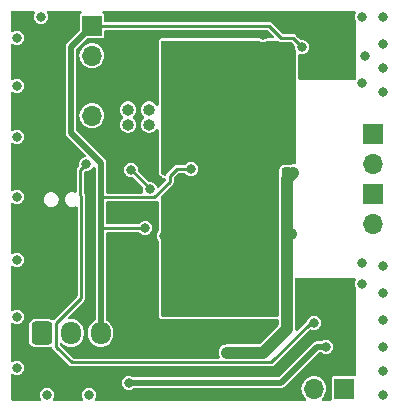
<source format=gbr>
%TF.GenerationSoftware,KiCad,Pcbnew,7.0.8*%
%TF.CreationDate,2024-06-01T15:01:03+09:00*%
%TF.ProjectId,BDCM_Driver_v1,4244434d-5f44-4726-9976-65725f76312e,rev?*%
%TF.SameCoordinates,PXaac6430PY8670810*%
%TF.FileFunction,Copper,L4,Bot*%
%TF.FilePolarity,Positive*%
%FSLAX46Y46*%
G04 Gerber Fmt 4.6, Leading zero omitted, Abs format (unit mm)*
G04 Created by KiCad (PCBNEW 7.0.8) date 2024-06-01 15:01:03*
%MOMM*%
%LPD*%
G01*
G04 APERTURE LIST*
G04 Aperture macros list*
%AMRoundRect*
0 Rectangle with rounded corners*
0 $1 Rounding radius*
0 $2 $3 $4 $5 $6 $7 $8 $9 X,Y pos of 4 corners*
0 Add a 4 corners polygon primitive as box body*
4,1,4,$2,$3,$4,$5,$6,$7,$8,$9,$2,$3,0*
0 Add four circle primitives for the rounded corners*
1,1,$1+$1,$2,$3*
1,1,$1+$1,$4,$5*
1,1,$1+$1,$6,$7*
1,1,$1+$1,$8,$9*
0 Add four rect primitives between the rounded corners*
20,1,$1+$1,$2,$3,$4,$5,0*
20,1,$1+$1,$4,$5,$6,$7,0*
20,1,$1+$1,$6,$7,$8,$9,0*
20,1,$1+$1,$8,$9,$2,$3,0*%
G04 Aperture macros list end*
%TA.AperFunction,ComponentPad*%
%ADD10C,0.630000*%
%TD*%
%TA.AperFunction,SMDPad,CuDef*%
%ADD11R,2.600000X3.300000*%
%TD*%
%TA.AperFunction,ComponentPad*%
%ADD12R,1.000000X1.000000*%
%TD*%
%TA.AperFunction,ComponentPad*%
%ADD13O,1.000000X1.000000*%
%TD*%
%TA.AperFunction,ComponentPad*%
%ADD14R,1.700000X1.700000*%
%TD*%
%TA.AperFunction,ComponentPad*%
%ADD15O,1.700000X1.700000*%
%TD*%
%TA.AperFunction,ComponentPad*%
%ADD16RoundRect,0.250000X-0.600000X-0.725000X0.600000X-0.725000X0.600000X0.725000X-0.600000X0.725000X0*%
%TD*%
%TA.AperFunction,ComponentPad*%
%ADD17O,1.700000X1.950000*%
%TD*%
%TA.AperFunction,SMDPad,CuDef*%
%ADD18RoundRect,0.225000X0.225000X0.250000X-0.225000X0.250000X-0.225000X-0.250000X0.225000X-0.250000X0*%
%TD*%
%TA.AperFunction,ViaPad*%
%ADD19C,0.800000*%
%TD*%
%TA.AperFunction,Conductor*%
%ADD20C,0.500000*%
%TD*%
%TA.AperFunction,Conductor*%
%ADD21C,0.250000*%
%TD*%
%TA.AperFunction,Conductor*%
%ADD22C,1.000000*%
%TD*%
G04 APERTURE END LIST*
D10*
%TO.P,U2,9,GND*%
%TO.N,GNDPWR*%
X-12588000Y22636000D03*
X-12588000Y21336000D03*
X-12588000Y20036000D03*
D11*
X-11938000Y21336000D03*
D10*
X-11288000Y22636000D03*
X-11288000Y21336000D03*
X-11288000Y20036000D03*
%TD*%
%TO.P,U5,9,GND*%
%TO.N,GNDPWR*%
X-12588000Y17297000D03*
X-12588000Y15997000D03*
X-12588000Y14697000D03*
D11*
X-11938000Y15997000D03*
D10*
X-11288000Y17297000D03*
X-11288000Y15997000D03*
X-11288000Y14697000D03*
%TD*%
D12*
%TO.P,J2,1,Pin_1*%
%TO.N,GND*%
X-20320000Y25913000D03*
D13*
%TO.P,J2,2,Pin_2*%
%TO.N,ENC_{1A}*%
X-20320000Y24643000D03*
%TO.P,J2,3,Pin_3*%
%TO.N,ENC_{1B}*%
X-20320000Y23373000D03*
%TD*%
D14*
%TO.P,J4,1,Pin_1*%
%TO.N,GNDPWR*%
X-3810000Y1016000D03*
D15*
%TO.P,J4,2,Pin_2*%
%TO.N,Vdrive*%
X-6350000Y1016000D03*
%TD*%
D14*
%TO.P,J1,1,Pin_1*%
%TO.N,OUT_A_{2}'*%
X-1327000Y22611000D03*
D15*
%TO.P,J1,2,Pin_2*%
%TO.N,OUT_A_{1}*%
X-1327000Y20071000D03*
%TD*%
D14*
%TO.P,J7,1,Pin_1*%
%TO.N,OUT_B_{2}*%
X-1327000Y17531000D03*
D15*
%TO.P,J7,2,Pin_2*%
%TO.N,OUT_B_{1}'*%
X-1327000Y14991000D03*
%TD*%
D16*
%TO.P,J5,1,Pin_1*%
%TO.N,I^{2}C_{SCL}*%
X-29404000Y5736000D03*
D17*
%TO.P,J5,2,Pin_2*%
%TO.N,I^{2}C_{SDA}*%
X-26904000Y5736000D03*
%TO.P,J5,3,Pin_3*%
%TO.N,+3V3*%
X-24404000Y5736000D03*
%TO.P,J5,4,Pin_4*%
%TO.N,GND*%
X-21904000Y5736000D03*
%TD*%
D12*
%TO.P,J6,1,Pin_1*%
%TO.N,GND*%
X-22098000Y25913000D03*
D13*
%TO.P,J6,2,Pin_2*%
%TO.N,ENC_{2A}*%
X-22098000Y24643000D03*
%TO.P,J6,3,Pin_3*%
%TO.N,ENC_{2B}*%
X-22098000Y23373000D03*
%TD*%
D14*
%TO.P,J3,1,Pin_1*%
%TO.N,+3V3*%
X-25146000Y31750000D03*
D15*
%TO.P,J3,2,Pin_2*%
%TO.N,SWDCLK*%
X-25146000Y29210000D03*
%TO.P,J3,3,Pin_3*%
%TO.N,GND*%
X-25146000Y26670000D03*
%TO.P,J3,4,Pin_4*%
%TO.N,SWDIO*%
X-25146000Y24130000D03*
%TD*%
D18*
%TO.P,C4,1*%
%TO.N,Vdrive*%
X-8623000Y14097000D03*
%TO.P,C4,2*%
%TO.N,GNDPWR*%
X-10173000Y14097000D03*
%TD*%
%TO.P,C7,1*%
%TO.N,Vdrive*%
X-8623000Y19304000D03*
%TO.P,C7,2*%
%TO.N,GNDPWR*%
X-10173000Y19304000D03*
%TD*%
D19*
%TO.N,GNDPWR*%
X-19050000Y13970000D03*
X-16764000Y13970000D03*
%TO.N,+3V3*%
X-20641619Y14629420D03*
X-5334000Y4572000D03*
X-7366000Y29951500D03*
X-16764000Y19621000D03*
X-22030082Y1524000D03*
%TO.N,GND*%
X-23368000Y20066000D03*
X-19919040Y2419654D03*
X-26924000Y32512000D03*
X-31496000Y14478000D03*
X-7822066Y31361176D03*
X-31496000Y508000D03*
X-27940000Y27940000D03*
X-28702000Y13716000D03*
X-3302000Y27686000D03*
X-25908000Y4064000D03*
X-27940000Y25654000D03*
X-31496000Y24638000D03*
X-31496000Y9144000D03*
X-15748000Y508000D03*
X-20066000Y10160000D03*
X-20066000Y27940000D03*
X-27686000Y30734000D03*
X-23368000Y4064000D03*
X-22606000Y27940000D03*
X-31496000Y28956000D03*
X-20066000Y6604000D03*
X-3302000Y32512000D03*
X-3556000Y5588000D03*
X-10668000Y30988000D03*
X-31496000Y4826000D03*
X-27940000Y23114000D03*
X-19520500Y18695500D03*
X-31496000Y20320000D03*
X-21209000Y25400000D03*
X-23114000Y9144000D03*
X-23368000Y32512000D03*
X-22098000Y29464000D03*
X-31496000Y32512000D03*
X-23368000Y18034000D03*
X-26924000Y21336000D03*
X-20574000Y508000D03*
X-25400000Y18288000D03*
X-20066000Y30988000D03*
%TO.N,Vdrive*%
X-8128000Y19304000D03*
X-13716000Y4064000D03*
X-8255000Y14097000D03*
%TO.N,GNDPWR*%
X-16510000Y29972000D03*
X-10922000Y29972000D03*
X-31496000Y26670000D03*
X-12192000Y28448000D03*
X-16256000Y23368000D03*
X-25400000Y508000D03*
X-508000Y30226000D03*
X-9652000Y25146000D03*
X-8636000Y29972000D03*
X-31496000Y30734000D03*
X-11176000Y23876000D03*
X-508000Y32512000D03*
X-15240000Y28448000D03*
X-10033000Y7620000D03*
X-508000Y28194000D03*
X-10922000Y26670000D03*
X-12700000Y8890000D03*
X-508000Y26162000D03*
X-8382000Y26670000D03*
X-31496000Y17272000D03*
X-11938000Y20947084D03*
X-12192000Y25146000D03*
X-31496000Y2794000D03*
X-2286000Y32512000D03*
X-31496000Y11938000D03*
X-18796000Y26670000D03*
X-11934887Y16654768D03*
X-13716000Y26670000D03*
X-29464000Y32512000D03*
X-508000Y6858000D03*
X-31496000Y22352000D03*
X-508000Y9144000D03*
X-13970000Y24130000D03*
X-508000Y508000D03*
X-2286000Y9906000D03*
X-508000Y11430000D03*
X-31496000Y7112000D03*
X-2032000Y29210000D03*
X-9398000Y28448000D03*
X-15875000Y7620000D03*
X-15621000Y10795000D03*
X-508000Y4572000D03*
X-16764000Y26670000D03*
X-11930996Y22249993D03*
X-12700000Y12827000D03*
X-2286000Y26924000D03*
X-28956000Y508000D03*
X-8308233Y21974184D03*
X-18796000Y29972000D03*
X-17526000Y18796000D03*
X-17526000Y28194000D03*
X-508000Y2540000D03*
X-17526000Y24892000D03*
X-2286000Y11684000D03*
X-16764000Y9271000D03*
X-18034000Y13081000D03*
X-18415000Y10414000D03*
X-15240000Y25146000D03*
X-13716000Y29972000D03*
X-18288000Y23368000D03*
X-11938000Y18796000D03*
X-14732000Y12827000D03*
X-11934498Y15350691D03*
X-14732000Y8890000D03*
X-18288000Y7620000D03*
%TO.N,Current_{2}*%
X-25615097Y20028500D03*
X-6350000Y6604000D03*
%TO.N,TEMP*%
X-21844000Y19558000D03*
X-20256500Y17939182D03*
%TD*%
D20*
%TO.N,+3V3*%
X-26924000Y22699041D02*
X-26924000Y29972000D01*
X-24384000Y20159041D02*
X-26924000Y22699041D01*
X-24384000Y17018000D02*
X-24384000Y20159041D01*
X-26924000Y29972000D02*
X-25146000Y31750000D01*
D21*
X-24255287Y14603287D02*
X-24384000Y14732000D01*
X-20641619Y14629420D02*
X-20667752Y14603287D01*
X-20667752Y14603287D02*
X-24255287Y14603287D01*
D20*
X-24384000Y14732000D02*
X-24384000Y5756000D01*
X-24384000Y17018000D02*
X-24384000Y14732000D01*
D21*
X-24384000Y17018000D02*
X-24187318Y17214682D01*
D20*
X-22030082Y1524000D02*
X-9144000Y1524000D01*
D21*
X-19861877Y17214682D02*
X-18542000Y18534559D01*
X-8111500Y30697000D02*
X-9107000Y30697000D01*
X-24187318Y17214682D02*
X-19861877Y17214682D01*
D20*
X-6096000Y4572000D02*
X-5334000Y4572000D01*
D21*
X-18542000Y18534559D02*
X-18542000Y19050000D01*
X-9107000Y30697000D02*
X-10160000Y31750000D01*
D20*
X-24384000Y5756000D02*
X-24404000Y5736000D01*
D21*
X-18542000Y19050000D02*
X-17971000Y19621000D01*
X-17971000Y19621000D02*
X-16764000Y19621000D01*
X-10160000Y31750000D02*
X-25146000Y31750000D01*
D20*
X-9144000Y1524000D02*
X-6096000Y4572000D01*
D21*
X-7366000Y29951500D02*
X-8111500Y30697000D01*
D22*
%TO.N,Vdrive*%
X-8636000Y6096000D02*
X-10668000Y4064000D01*
X-8128000Y19304000D02*
X-8636000Y18796000D01*
X-8636000Y14097000D02*
X-8255000Y14097000D01*
X-10668000Y4064000D02*
X-13716000Y4064000D01*
X-8636000Y18796000D02*
X-8636000Y6096000D01*
D21*
%TO.N,Current_{2}*%
X-6613305Y6604000D02*
X-9978305Y3239000D01*
X-26125000Y19518597D02*
X-25615097Y20028500D01*
X-9978305Y3239000D02*
X-26861000Y3239000D01*
X-6350000Y6604000D02*
X-6613305Y6604000D01*
X-28194000Y6545130D02*
X-26036000Y8703130D01*
X-28194000Y4572000D02*
X-28194000Y6545130D01*
X-26125000Y17417660D02*
X-26125000Y19518597D01*
X-26861000Y3239000D02*
X-28194000Y4572000D01*
X-26036000Y8703130D02*
X-26036000Y17328660D01*
X-26036000Y17328660D02*
X-26125000Y17417660D01*
%TO.N,TEMP*%
X-20256500Y17970500D02*
X-21844000Y19558000D01*
X-20256500Y17939182D02*
X-20256500Y17970500D01*
%TD*%
%TA.AperFunction,Conductor*%
%TO.N,GND*%
G36*
X-30015904Y32999815D02*
G01*
X-29970149Y32947011D01*
X-29960205Y32877853D01*
X-29984567Y32820014D01*
X-29988536Y32814843D01*
X-30049044Y32668763D01*
X-30049045Y32668761D01*
X-30069682Y32512002D01*
X-30069682Y32511999D01*
X-30049045Y32355240D01*
X-30049044Y32355238D01*
X-29988536Y32209159D01*
X-29892282Y32083718D01*
X-29766841Y31987464D01*
X-29620762Y31926956D01*
X-29542381Y31916637D01*
X-29464001Y31906318D01*
X-29464000Y31906318D01*
X-29463999Y31906318D01*
X-29411746Y31913198D01*
X-29307238Y31926956D01*
X-29161159Y31987464D01*
X-29035718Y32083718D01*
X-28939464Y32209159D01*
X-28878956Y32355238D01*
X-28858318Y32512000D01*
X-28878956Y32668762D01*
X-28939464Y32814841D01*
X-28939465Y32814842D01*
X-28939465Y32814843D01*
X-28943433Y32820014D01*
X-28968627Y32885183D01*
X-28954588Y32953628D01*
X-28905774Y33003618D01*
X-28845057Y33019500D01*
X-26137838Y33019500D01*
X-26070799Y32999815D01*
X-26025044Y32947011D01*
X-26015100Y32877853D01*
X-26044125Y32814297D01*
X-26068947Y32792398D01*
X-26140553Y32744553D01*
X-26184868Y32678231D01*
X-26184869Y32678230D01*
X-26196500Y32619753D01*
X-26196500Y31387966D01*
X-26216185Y31320927D01*
X-26232819Y31300285D01*
X-27222196Y30310908D01*
X-27227383Y30306273D01*
X-27257967Y30281883D01*
X-27257971Y30281879D01*
X-27291481Y30232729D01*
X-27326794Y30184882D01*
X-27330784Y30177333D01*
X-27334472Y30169674D01*
X-27352008Y30112823D01*
X-27371647Y30056699D01*
X-27373229Y30048341D01*
X-27374500Y30039900D01*
X-27374500Y29980427D01*
X-27376725Y29920991D01*
X-27375684Y29911757D01*
X-27376515Y29911664D01*
X-27374500Y29896365D01*
X-27374500Y22727824D01*
X-27374890Y22720886D01*
X-27375754Y22713211D01*
X-27379271Y22682007D01*
X-27368212Y22623562D01*
X-27359348Y22564751D01*
X-27356838Y22556614D01*
X-27354022Y22548566D01*
X-27326223Y22495969D01*
X-27300424Y22442397D01*
X-27295638Y22435376D01*
X-27290569Y22428509D01*
X-27290566Y22428503D01*
X-27248504Y22386441D01*
X-27216550Y22352002D01*
X-27208053Y22342845D01*
X-27200790Y22337053D01*
X-27201311Y22336400D01*
X-27189070Y22327007D01*
X-25687872Y20825809D01*
X-25654387Y20764486D01*
X-25659371Y20694794D01*
X-25701243Y20638861D01*
X-25759364Y20615189D01*
X-25771860Y20613544D01*
X-25917937Y20553037D01*
X-26043379Y20456782D01*
X-26139634Y20331340D01*
X-26200141Y20185263D01*
X-26200142Y20185261D01*
X-26220779Y20028502D01*
X-26220779Y20028499D01*
X-26211851Y19960682D01*
X-26222617Y19891647D01*
X-26247109Y19856816D01*
X-26343197Y19760727D01*
X-26347186Y19757072D01*
X-26378195Y19731052D01*
X-26398438Y19695991D01*
X-26401344Y19691431D01*
X-26424554Y19658284D01*
X-26426794Y19653480D01*
X-26433771Y19636636D01*
X-26435590Y19631638D01*
X-26442617Y19591786D01*
X-26443788Y19586506D01*
X-26454265Y19547406D01*
X-26450736Y19507084D01*
X-26450500Y19501677D01*
X-26450500Y17737507D01*
X-26470185Y17670468D01*
X-26522989Y17624713D01*
X-26592147Y17614769D01*
X-26605337Y17617403D01*
X-26706977Y17643500D01*
X-26706981Y17643500D01*
X-26825350Y17643500D01*
X-26825360Y17643500D01*
X-26942792Y17628664D01*
X-26942794Y17628664D01*
X-27089731Y17570487D01*
X-27089740Y17570482D01*
X-27217584Y17477598D01*
X-27217585Y17477597D01*
X-27318326Y17355822D01*
X-27385613Y17212829D01*
X-27385615Y17212826D01*
X-27400243Y17136138D01*
X-27415227Y17057588D01*
X-27415227Y17057586D01*
X-27415227Y17057585D01*
X-27405304Y16899863D01*
X-27405304Y16899860D01*
X-27380386Y16823172D01*
X-27356467Y16749559D01*
X-27271786Y16616123D01*
X-27156582Y16507938D01*
X-27156580Y16507937D01*
X-27156578Y16507935D01*
X-27018096Y16431805D01*
X-27018092Y16431803D01*
X-26865019Y16392500D01*
X-26865016Y16392500D01*
X-26746652Y16392500D01*
X-26746650Y16392500D01*
X-26746645Y16392501D01*
X-26746641Y16392501D01*
X-26733912Y16394110D01*
X-26629208Y16407336D01*
X-26531145Y16446163D01*
X-26461571Y16452539D01*
X-26399590Y16420287D01*
X-26364885Y16359646D01*
X-26361500Y16330870D01*
X-26361500Y8889319D01*
X-26381185Y8822280D01*
X-26397819Y8801638D01*
X-28368684Y6830774D01*
X-28430007Y6797289D01*
X-28499699Y6802273D01*
X-28529998Y6818684D01*
X-28591118Y6863793D01*
X-28591120Y6863794D01*
X-28719300Y6908647D01*
X-28749730Y6911500D01*
X-28749734Y6911500D01*
X-30058266Y6911500D01*
X-30058270Y6911500D01*
X-30088700Y6908647D01*
X-30088702Y6908647D01*
X-30216881Y6863794D01*
X-30216883Y6863793D01*
X-30326150Y6783150D01*
X-30406793Y6673883D01*
X-30406794Y6673881D01*
X-30451647Y6545702D01*
X-30451647Y6545700D01*
X-30454500Y6515270D01*
X-30454500Y4956731D01*
X-30451647Y4926301D01*
X-30451647Y4926299D01*
X-30420425Y4837075D01*
X-30406793Y4798118D01*
X-30326150Y4688850D01*
X-30216882Y4608207D01*
X-30174155Y4593256D01*
X-30088701Y4563354D01*
X-30058270Y4560500D01*
X-30058266Y4560500D01*
X-28749730Y4560500D01*
X-28725388Y4562784D01*
X-28719301Y4563354D01*
X-28672138Y4579858D01*
X-28602360Y4583420D01*
X-28541733Y4548692D01*
X-28509505Y4486699D01*
X-28509068Y4484353D01*
X-28504590Y4458958D01*
X-28502765Y4453945D01*
X-28495803Y4437139D01*
X-28493555Y4432319D01*
X-28493554Y4432316D01*
X-28481597Y4415240D01*
X-28470345Y4399169D01*
X-28467439Y4394608D01*
X-28447194Y4359545D01*
X-28416185Y4333525D01*
X-28412195Y4329869D01*
X-27103137Y3020811D01*
X-27099482Y3016822D01*
X-27073459Y2985810D01*
X-27073457Y2985809D01*
X-27073455Y2985806D01*
X-27073453Y2985805D01*
X-27073452Y2985804D01*
X-27038401Y2965567D01*
X-27033838Y2962661D01*
X-27000684Y2939446D01*
X-27000681Y2939446D01*
X-26995824Y2937180D01*
X-26979067Y2930240D01*
X-26974047Y2928413D01*
X-26974045Y2928412D01*
X-26938194Y2922091D01*
X-26934192Y2921385D01*
X-26928920Y2920217D01*
X-26889807Y2909736D01*
X-26849478Y2913265D01*
X-26844076Y2913500D01*
X-9995227Y2913500D01*
X-9989824Y2913265D01*
X-9949498Y2909736D01*
X-9910365Y2920223D01*
X-9905143Y2921381D01*
X-9865260Y2928412D01*
X-9865255Y2928416D01*
X-9860206Y2930253D01*
X-9843481Y2937181D01*
X-9838624Y2939446D01*
X-9838621Y2939446D01*
X-9805464Y2962665D01*
X-9800915Y2965562D01*
X-9765850Y2985806D01*
X-9765846Y2985810D01*
X-9739829Y3016818D01*
X-9736183Y3020798D01*
X-6728874Y6028107D01*
X-6667553Y6061590D01*
X-6597861Y6056606D01*
X-6593774Y6054998D01*
X-6506762Y6018956D01*
X-6428381Y6008637D01*
X-6350001Y5998318D01*
X-6350000Y5998318D01*
X-6349999Y5998318D01*
X-6297746Y6005198D01*
X-6193238Y6018956D01*
X-6047159Y6079464D01*
X-5921718Y6175718D01*
X-5825464Y6301159D01*
X-5764956Y6447238D01*
X-5744318Y6604000D01*
X-5764956Y6760762D01*
X-5825464Y6906841D01*
X-5921718Y7032282D01*
X-6047159Y7128536D01*
X-6076784Y7140807D01*
X-6193238Y7189044D01*
X-6193240Y7189045D01*
X-6349999Y7209682D01*
X-6350001Y7209682D01*
X-6506761Y7189045D01*
X-6506763Y7189044D01*
X-6652840Y7128537D01*
X-6778282Y7032282D01*
X-6874537Y6906840D01*
X-6938154Y6753254D01*
X-6940939Y6754408D01*
X-6965191Y6712442D01*
X-7720238Y5957395D01*
X-7781561Y5923910D01*
X-7851253Y5928894D01*
X-7907186Y5970766D01*
X-7931603Y6036230D01*
X-7931692Y6052576D01*
X-7931644Y6053384D01*
X-7931642Y6053394D01*
X-7935387Y6115304D01*
X-7935500Y6119049D01*
X-7935500Y10290000D01*
X-7915815Y10357039D01*
X-7863011Y10402794D01*
X-7811500Y10414000D01*
X-2918000Y10414000D01*
X-2850961Y10394315D01*
X-2805206Y10341511D01*
X-2794000Y10290000D01*
X-2794000Y10270708D01*
X-2808452Y10216774D01*
X-2807426Y10216349D01*
X-2871044Y10062763D01*
X-2871045Y10062761D01*
X-2891682Y9906002D01*
X-2891682Y9905999D01*
X-2871045Y9749240D01*
X-2871043Y9749235D01*
X-2807426Y9595649D01*
X-2808453Y9595224D01*
X-2794000Y9541292D01*
X-2794000Y2188504D01*
X-2813685Y2121465D01*
X-2866489Y2075710D01*
X-2934180Y2065977D01*
X-2934187Y2065903D01*
X-2934489Y2065933D01*
X-2935647Y2065766D01*
X-2939510Y2066428D01*
X-2940249Y2066500D01*
X-2940252Y2066500D01*
X-4679748Y2066500D01*
X-4679753Y2066500D01*
X-4738230Y2054869D01*
X-4738231Y2054868D01*
X-4804553Y2010553D01*
X-4848868Y1944231D01*
X-4848869Y1944230D01*
X-4860500Y1885753D01*
X-4860500Y146250D01*
X-4859903Y140187D01*
X-4861763Y140004D01*
X-4867215Y79095D01*
X-4910080Y23919D01*
X-4975971Y677D01*
X-4982603Y500D01*
X-5584920Y500D01*
X-5651959Y20185D01*
X-5697714Y72989D01*
X-5707658Y142147D01*
X-5678633Y205703D01*
X-5663585Y220353D01*
X-5636659Y242452D01*
X-5603590Y269590D01*
X-5472315Y429550D01*
X-5374768Y612046D01*
X-5314700Y810066D01*
X-5294417Y1016000D01*
X-5314700Y1221934D01*
X-5374768Y1419954D01*
X-5472315Y1602450D01*
X-5536583Y1680761D01*
X-5603590Y1762411D01*
X-5763548Y1893683D01*
X-5763547Y1893683D01*
X-5763550Y1893685D01*
X-5946046Y1991232D01*
X-6144066Y2051300D01*
X-6144068Y2051301D01*
X-6144066Y2051301D01*
X-6350000Y2071583D01*
X-6555933Y2051301D01*
X-6753957Y1991231D01*
X-6826824Y1952282D01*
X-6936450Y1893685D01*
X-6936452Y1893684D01*
X-6936453Y1893683D01*
X-7096411Y1762411D01*
X-7227683Y1602453D01*
X-7325231Y1419957D01*
X-7385301Y1221933D01*
X-7405583Y1016000D01*
X-7385301Y810068D01*
X-7385300Y810066D01*
X-7325232Y612046D01*
X-7227685Y429550D01*
X-7227683Y429548D01*
X-7096410Y269590D01*
X-7036415Y220353D01*
X-6997081Y162608D01*
X-6995210Y92763D01*
X-7031397Y32995D01*
X-7094153Y2279D01*
X-7115080Y500D01*
X-24781057Y500D01*
X-24848096Y20185D01*
X-24893851Y72989D01*
X-24903795Y142147D01*
X-24879433Y199986D01*
X-24875465Y205158D01*
X-24875466Y205158D01*
X-24875464Y205159D01*
X-24814956Y351238D01*
X-24794318Y508000D01*
X-24814956Y664762D01*
X-24875464Y810841D01*
X-24971718Y936282D01*
X-25097159Y1032536D01*
X-25195017Y1073070D01*
X-25243238Y1093044D01*
X-25243240Y1093045D01*
X-25399999Y1113682D01*
X-25400001Y1113682D01*
X-25556761Y1093045D01*
X-25556763Y1093044D01*
X-25702840Y1032537D01*
X-25828282Y936282D01*
X-25924537Y810840D01*
X-25985044Y664763D01*
X-25985045Y664761D01*
X-26005682Y508002D01*
X-26005682Y507999D01*
X-25985045Y351240D01*
X-25985044Y351238D01*
X-25924536Y205158D01*
X-25920567Y199986D01*
X-25895373Y134817D01*
X-25909412Y66372D01*
X-25958226Y16382D01*
X-26018943Y500D01*
X-28337057Y500D01*
X-28404096Y20185D01*
X-28449851Y72989D01*
X-28459795Y142147D01*
X-28435433Y199986D01*
X-28431465Y205158D01*
X-28431466Y205158D01*
X-28431464Y205159D01*
X-28370956Y351238D01*
X-28350318Y508000D01*
X-28370956Y664762D01*
X-28431464Y810841D01*
X-28527718Y936282D01*
X-28653159Y1032536D01*
X-28751017Y1073070D01*
X-28799238Y1093044D01*
X-28799240Y1093045D01*
X-28955999Y1113682D01*
X-28956001Y1113682D01*
X-29112761Y1093045D01*
X-29112763Y1093044D01*
X-29258840Y1032537D01*
X-29384282Y936282D01*
X-29480537Y810840D01*
X-29541044Y664763D01*
X-29541045Y664761D01*
X-29561682Y508002D01*
X-29561682Y507999D01*
X-29541045Y351240D01*
X-29541044Y351238D01*
X-29480536Y205158D01*
X-29476567Y199986D01*
X-29451373Y134817D01*
X-29465412Y66372D01*
X-29514226Y16382D01*
X-29574943Y500D01*
X-31879500Y500D01*
X-31946539Y20185D01*
X-31992294Y72989D01*
X-32003500Y124500D01*
X-32003500Y1523999D01*
X-22635764Y1523999D01*
X-22615127Y1367240D01*
X-22615126Y1367238D01*
X-22562400Y1239945D01*
X-22554618Y1221159D01*
X-22458364Y1095718D01*
X-22332923Y999464D01*
X-22186844Y938956D01*
X-22108463Y928637D01*
X-22030083Y918318D01*
X-22030082Y918318D01*
X-22030081Y918318D01*
X-21977828Y925198D01*
X-21873320Y938956D01*
X-21727241Y999464D01*
X-21664149Y1047877D01*
X-21598980Y1073070D01*
X-21588663Y1073500D01*
X-9172783Y1073500D01*
X-9165845Y1073111D01*
X-9133950Y1069517D01*
X-9126966Y1068730D01*
X-9126966Y1068731D01*
X-9126965Y1068730D01*
X-9068521Y1079789D01*
X-9009713Y1088652D01*
X-9009710Y1088654D01*
X-9001553Y1091170D01*
X-8993531Y1093977D01*
X-8993528Y1093977D01*
X-8940928Y1121778D01*
X-8887358Y1147575D01*
X-8887358Y1147576D01*
X-8887356Y1147576D01*
X-8880305Y1152384D01*
X-8873462Y1157434D01*
X-8831401Y1199496D01*
X-8787806Y1239945D01*
X-8787804Y1239950D01*
X-8782013Y1247210D01*
X-8781357Y1246687D01*
X-8771968Y1258930D01*
X-5945716Y4085181D01*
X-5884393Y4118666D01*
X-5858035Y4121500D01*
X-5775419Y4121500D01*
X-5708380Y4101815D01*
X-5699933Y4095876D01*
X-5636843Y4047465D01*
X-5636842Y4047465D01*
X-5636841Y4047464D01*
X-5490762Y3986956D01*
X-5429912Y3978945D01*
X-5334001Y3966318D01*
X-5334000Y3966318D01*
X-5333999Y3966318D01*
X-5238096Y3978944D01*
X-5177238Y3986956D01*
X-5031159Y4047464D01*
X-4905718Y4143718D01*
X-4809464Y4269159D01*
X-4748956Y4415238D01*
X-4732110Y4543193D01*
X-4728318Y4571999D01*
X-4728318Y4572002D01*
X-4748956Y4728761D01*
X-4748956Y4728762D01*
X-4809464Y4874841D01*
X-4905718Y5000282D01*
X-5031159Y5096536D01*
X-5177238Y5157044D01*
X-5177240Y5157045D01*
X-5333999Y5177682D01*
X-5334001Y5177682D01*
X-5490761Y5157045D01*
X-5490763Y5157044D01*
X-5636843Y5096536D01*
X-5699933Y5048124D01*
X-5765102Y5022930D01*
X-5775419Y5022500D01*
X-6067217Y5022500D01*
X-6074156Y5022890D01*
X-6088894Y5024550D01*
X-6113036Y5027271D01*
X-6163457Y5017730D01*
X-6171480Y5016212D01*
X-6184168Y5014300D01*
X-6230284Y5007349D01*
X-6238442Y5004833D01*
X-6246478Y5002021D01*
X-6299073Y4974223D01*
X-6335388Y4956734D01*
X-6352644Y4948424D01*
X-6359690Y4943621D01*
X-6366541Y4938565D01*
X-6394580Y4910526D01*
X-6408600Y4896505D01*
X-6428824Y4877740D01*
X-6452193Y4856057D01*
X-6457985Y4848793D01*
X-6458637Y4849313D01*
X-6468031Y4837075D01*
X-9294284Y2010819D01*
X-9355607Y1977334D01*
X-9381965Y1974500D01*
X-21588663Y1974500D01*
X-21655702Y1994185D01*
X-21664149Y2000124D01*
X-21727240Y2048536D01*
X-21873320Y2109044D01*
X-21873322Y2109045D01*
X-22030081Y2129682D01*
X-22030083Y2129682D01*
X-22186843Y2109045D01*
X-22186845Y2109044D01*
X-22332922Y2048537D01*
X-22458364Y1952282D01*
X-22554619Y1826840D01*
X-22615126Y1680763D01*
X-22615127Y1680761D01*
X-22635764Y1524002D01*
X-22635764Y1523999D01*
X-32003500Y1523999D01*
X-32003500Y2175058D01*
X-31983815Y2242097D01*
X-31931011Y2287852D01*
X-31861853Y2297796D01*
X-31804011Y2273431D01*
X-31798841Y2269464D01*
X-31652762Y2208956D01*
X-31574381Y2198637D01*
X-31496001Y2188318D01*
X-31496000Y2188318D01*
X-31495999Y2188318D01*
X-31443746Y2195198D01*
X-31339238Y2208956D01*
X-31193159Y2269464D01*
X-31067718Y2365718D01*
X-30971464Y2491159D01*
X-30910956Y2637238D01*
X-30890318Y2794000D01*
X-30910956Y2950762D01*
X-30971464Y3096841D01*
X-31067718Y3222282D01*
X-31193159Y3318536D01*
X-31339238Y3379044D01*
X-31339240Y3379045D01*
X-31495999Y3399682D01*
X-31496001Y3399682D01*
X-31652761Y3379045D01*
X-31652763Y3379044D01*
X-31798843Y3318536D01*
X-31804014Y3314567D01*
X-31869183Y3289373D01*
X-31937628Y3303412D01*
X-31987618Y3352226D01*
X-32003500Y3412943D01*
X-32003500Y6493058D01*
X-31983815Y6560097D01*
X-31931011Y6605852D01*
X-31861853Y6615796D01*
X-31804011Y6591431D01*
X-31798841Y6587464D01*
X-31652762Y6526956D01*
X-31574381Y6516637D01*
X-31496001Y6506318D01*
X-31496000Y6506318D01*
X-31495999Y6506318D01*
X-31428033Y6515266D01*
X-31339238Y6526956D01*
X-31193159Y6587464D01*
X-31067718Y6683718D01*
X-30971464Y6809159D01*
X-30910956Y6955238D01*
X-30890318Y7112000D01*
X-30892771Y7130630D01*
X-30910956Y7268761D01*
X-30910956Y7268762D01*
X-30971464Y7414841D01*
X-31067718Y7540282D01*
X-31193159Y7636536D01*
X-31339238Y7697044D01*
X-31339240Y7697045D01*
X-31495999Y7717682D01*
X-31496001Y7717682D01*
X-31652761Y7697045D01*
X-31652763Y7697044D01*
X-31798843Y7636536D01*
X-31804014Y7632567D01*
X-31869183Y7607373D01*
X-31937628Y7621412D01*
X-31987618Y7670226D01*
X-32003500Y7730943D01*
X-32003500Y11319058D01*
X-31983815Y11386097D01*
X-31931011Y11431852D01*
X-31861853Y11441796D01*
X-31804011Y11417431D01*
X-31798841Y11413464D01*
X-31652762Y11352956D01*
X-31574381Y11342637D01*
X-31496001Y11332318D01*
X-31496000Y11332318D01*
X-31495999Y11332318D01*
X-31443746Y11339198D01*
X-31339238Y11352956D01*
X-31193159Y11413464D01*
X-31067718Y11509718D01*
X-30971464Y11635159D01*
X-30910956Y11781238D01*
X-30890318Y11938000D01*
X-30910956Y12094762D01*
X-30971464Y12240841D01*
X-31067718Y12366282D01*
X-31193159Y12462536D01*
X-31339238Y12523044D01*
X-31339240Y12523045D01*
X-31495999Y12543682D01*
X-31496001Y12543682D01*
X-31652761Y12523045D01*
X-31652763Y12523044D01*
X-31798843Y12462536D01*
X-31804014Y12458567D01*
X-31869183Y12433373D01*
X-31937628Y12447412D01*
X-31987618Y12496226D01*
X-32003500Y12556943D01*
X-32003500Y16653058D01*
X-31983815Y16720097D01*
X-31931011Y16765852D01*
X-31861853Y16775796D01*
X-31804011Y16751431D01*
X-31798841Y16747464D01*
X-31652762Y16686956D01*
X-31601285Y16680179D01*
X-31496001Y16666318D01*
X-31496000Y16666318D01*
X-31495999Y16666318D01*
X-31443746Y16673198D01*
X-31339238Y16686956D01*
X-31193159Y16747464D01*
X-31067718Y16843718D01*
X-30971464Y16969159D01*
X-30934837Y17057585D01*
X-29215227Y17057585D01*
X-29205304Y16899863D01*
X-29205304Y16899860D01*
X-29180386Y16823172D01*
X-29156467Y16749559D01*
X-29071786Y16616123D01*
X-28956582Y16507938D01*
X-28956580Y16507937D01*
X-28956578Y16507935D01*
X-28818096Y16431805D01*
X-28818092Y16431803D01*
X-28665019Y16392500D01*
X-28665016Y16392500D01*
X-28546652Y16392500D01*
X-28546650Y16392500D01*
X-28546645Y16392501D01*
X-28546641Y16392501D01*
X-28533912Y16394110D01*
X-28429208Y16407336D01*
X-28282268Y16465514D01*
X-28154413Y16558406D01*
X-28053676Y16680177D01*
X-27986386Y16823174D01*
X-27956773Y16978412D01*
X-27966696Y17136138D01*
X-28015533Y17286441D01*
X-28100214Y17419877D01*
X-28215418Y17528062D01*
X-28215421Y17528064D01*
X-28215423Y17528066D01*
X-28353905Y17604196D01*
X-28353913Y17604199D01*
X-28506979Y17643500D01*
X-28506981Y17643500D01*
X-28625350Y17643500D01*
X-28625360Y17643500D01*
X-28742792Y17628664D01*
X-28742794Y17628664D01*
X-28889731Y17570487D01*
X-28889740Y17570482D01*
X-29017584Y17477598D01*
X-29017585Y17477597D01*
X-29118326Y17355822D01*
X-29185613Y17212829D01*
X-29185615Y17212826D01*
X-29200243Y17136138D01*
X-29215227Y17057588D01*
X-29215227Y17057586D01*
X-29215227Y17057585D01*
X-30934837Y17057585D01*
X-30910956Y17115238D01*
X-30890318Y17272000D01*
X-30910956Y17428762D01*
X-30971464Y17574841D01*
X-31067718Y17700282D01*
X-31193159Y17796536D01*
X-31339238Y17857044D01*
X-31339240Y17857045D01*
X-31495999Y17877682D01*
X-31496001Y17877682D01*
X-31652761Y17857045D01*
X-31652763Y17857044D01*
X-31798843Y17796536D01*
X-31804014Y17792567D01*
X-31869183Y17767373D01*
X-31937628Y17781412D01*
X-31987618Y17830226D01*
X-32003500Y17890943D01*
X-32003500Y21733058D01*
X-31983815Y21800097D01*
X-31931011Y21845852D01*
X-31861853Y21855796D01*
X-31804011Y21831431D01*
X-31798841Y21827464D01*
X-31652762Y21766956D01*
X-31574381Y21756637D01*
X-31496001Y21746318D01*
X-31496000Y21746318D01*
X-31495999Y21746318D01*
X-31443746Y21753198D01*
X-31339238Y21766956D01*
X-31193159Y21827464D01*
X-31067718Y21923718D01*
X-30971464Y22049159D01*
X-30910956Y22195238D01*
X-30892286Y22337053D01*
X-30890318Y22351999D01*
X-30890318Y22352002D01*
X-30910956Y22508761D01*
X-30910956Y22508762D01*
X-30971464Y22654841D01*
X-31067718Y22780282D01*
X-31193159Y22876536D01*
X-31215148Y22885644D01*
X-31339238Y22937044D01*
X-31339240Y22937045D01*
X-31495999Y22957682D01*
X-31496001Y22957682D01*
X-31652761Y22937045D01*
X-31652763Y22937044D01*
X-31798843Y22876536D01*
X-31804014Y22872567D01*
X-31869183Y22847373D01*
X-31937628Y22861412D01*
X-31987618Y22910226D01*
X-32003500Y22970943D01*
X-32003500Y26051058D01*
X-31983815Y26118097D01*
X-31931011Y26163852D01*
X-31861853Y26173796D01*
X-31804011Y26149431D01*
X-31798841Y26145464D01*
X-31652762Y26084956D01*
X-31574381Y26074637D01*
X-31496001Y26064318D01*
X-31496000Y26064318D01*
X-31495999Y26064318D01*
X-31443746Y26071198D01*
X-31339238Y26084956D01*
X-31193159Y26145464D01*
X-31067718Y26241718D01*
X-30971464Y26367159D01*
X-30910956Y26513238D01*
X-30890318Y26670000D01*
X-30910956Y26826762D01*
X-30971464Y26972841D01*
X-31067718Y27098282D01*
X-31193159Y27194536D01*
X-31339238Y27255044D01*
X-31339240Y27255045D01*
X-31495999Y27275682D01*
X-31496001Y27275682D01*
X-31652761Y27255045D01*
X-31652763Y27255044D01*
X-31798843Y27194536D01*
X-31804014Y27190567D01*
X-31869183Y27165373D01*
X-31937628Y27179412D01*
X-31987618Y27228226D01*
X-32003500Y27288943D01*
X-32003500Y30115058D01*
X-31983815Y30182097D01*
X-31931011Y30227852D01*
X-31861853Y30237796D01*
X-31804011Y30213431D01*
X-31798841Y30209464D01*
X-31652762Y30148956D01*
X-31574381Y30138637D01*
X-31496001Y30128318D01*
X-31496000Y30128318D01*
X-31495999Y30128318D01*
X-31443746Y30135198D01*
X-31339238Y30148956D01*
X-31193159Y30209464D01*
X-31067718Y30305718D01*
X-30971464Y30431159D01*
X-30910956Y30577238D01*
X-30890318Y30734000D01*
X-30893142Y30755448D01*
X-30910956Y30890761D01*
X-30910956Y30890762D01*
X-30971464Y31036841D01*
X-31067718Y31162282D01*
X-31193159Y31258536D01*
X-31339238Y31319044D01*
X-31339240Y31319045D01*
X-31495999Y31339682D01*
X-31496001Y31339682D01*
X-31652761Y31319045D01*
X-31652763Y31319044D01*
X-31798843Y31258536D01*
X-31804014Y31254567D01*
X-31869183Y31229373D01*
X-31937628Y31243412D01*
X-31987618Y31292226D01*
X-32003500Y31352943D01*
X-32003500Y32895500D01*
X-31983815Y32962539D01*
X-31931011Y33008294D01*
X-31879500Y33019500D01*
X-30082943Y33019500D01*
X-30015904Y32999815D01*
G37*
%TD.AperFunction*%
%TA.AperFunction,Conductor*%
G36*
X-24895227Y19827098D02*
G01*
X-24847616Y19775961D01*
X-24834500Y19720456D01*
X-24834500Y6896366D01*
X-24854185Y6829327D01*
X-24900045Y6787009D01*
X-24990452Y6738685D01*
X-25150411Y6607411D01*
X-25281683Y6447453D01*
X-25379231Y6264957D01*
X-25439301Y6066933D01*
X-25454500Y5912605D01*
X-25454500Y5559396D01*
X-25439301Y5405068D01*
X-25439300Y5405066D01*
X-25379232Y5207046D01*
X-25281685Y5024550D01*
X-25267568Y5007348D01*
X-25150411Y4864590D01*
X-25069416Y4798120D01*
X-24990450Y4733315D01*
X-24807954Y4635768D01*
X-24609934Y4575700D01*
X-24609935Y4575700D01*
X-24591471Y4573882D01*
X-24404000Y4555417D01*
X-24198066Y4575700D01*
X-24000046Y4635768D01*
X-23817550Y4733315D01*
X-23657590Y4864590D01*
X-23526315Y5024550D01*
X-23428768Y5207046D01*
X-23368700Y5405066D01*
X-23353500Y5559392D01*
X-23353500Y5912608D01*
X-23368700Y6066934D01*
X-23428768Y6264954D01*
X-23526315Y6447450D01*
X-23581973Y6515270D01*
X-23657590Y6607411D01*
X-23817549Y6738685D01*
X-23867955Y6765628D01*
X-23917798Y6814591D01*
X-23933500Y6874985D01*
X-23933500Y14153787D01*
X-23913815Y14220826D01*
X-23861011Y14266581D01*
X-23809500Y14277787D01*
X-21189866Y14277787D01*
X-21122827Y14258102D01*
X-21091491Y14229274D01*
X-21069904Y14201141D01*
X-21069903Y14201140D01*
X-21069901Y14201138D01*
X-20944460Y14104884D01*
X-20798381Y14044376D01*
X-20720000Y14034057D01*
X-20641620Y14023738D01*
X-20641619Y14023738D01*
X-20641618Y14023738D01*
X-20589365Y14030618D01*
X-20484857Y14044376D01*
X-20338778Y14104884D01*
X-20213337Y14201138D01*
X-20117083Y14326579D01*
X-20056575Y14472658D01*
X-20035937Y14629420D01*
X-20056575Y14786182D01*
X-20117083Y14932261D01*
X-20213337Y15057702D01*
X-20338778Y15153956D01*
X-20484857Y15214464D01*
X-20484859Y15214465D01*
X-20641618Y15235102D01*
X-20641620Y15235102D01*
X-20798380Y15214465D01*
X-20798382Y15214464D01*
X-20944459Y15153957D01*
X-21069901Y15057702D01*
X-21131595Y14977300D01*
X-21188023Y14936098D01*
X-21229971Y14928787D01*
X-23809500Y14928787D01*
X-23876539Y14948472D01*
X-23922294Y15001276D01*
X-23933500Y15052787D01*
X-23933500Y16765182D01*
X-23913815Y16832221D01*
X-23861011Y16877976D01*
X-23809500Y16889182D01*
X-19878799Y16889182D01*
X-19873396Y16888947D01*
X-19833070Y16885418D01*
X-19793937Y16895905D01*
X-19788715Y16897063D01*
X-19748832Y16904094D01*
X-19748827Y16904098D01*
X-19743778Y16905935D01*
X-19727053Y16912863D01*
X-19722198Y16915127D01*
X-19722193Y16915128D01*
X-19704624Y16927431D01*
X-19638419Y16949758D01*
X-19570652Y16932749D01*
X-19522838Y16881802D01*
X-19509500Y16825856D01*
X-19509500Y14399691D01*
X-19529185Y14332652D01*
X-19535124Y14324205D01*
X-19574536Y14272843D01*
X-19635044Y14126763D01*
X-19635045Y14126761D01*
X-19655682Y13970002D01*
X-19655682Y13969999D01*
X-19635045Y13813240D01*
X-19635043Y13813235D01*
X-19574539Y13667164D01*
X-19574536Y13667159D01*
X-19535124Y13615796D01*
X-19509930Y13550627D01*
X-19509500Y13540310D01*
X-19509500Y7235993D01*
X-19504803Y7192314D01*
X-19493598Y7140807D01*
X-19491111Y7130630D01*
X-19491109Y7130625D01*
X-19480957Y7111574D01*
X-19448100Y7049915D01*
X-19402345Y6997111D01*
X-19384754Y6979157D01*
X-19384753Y6979156D01*
X-19384751Y6979155D01*
X-19305484Y6934816D01*
X-19304937Y6934510D01*
X-19237898Y6914825D01*
X-19180000Y6906500D01*
X-19179996Y6906500D01*
X-9460500Y6906500D01*
X-9393461Y6886815D01*
X-9347706Y6834011D01*
X-9336500Y6782500D01*
X-9336500Y6437519D01*
X-9356185Y6370480D01*
X-9372819Y6349838D01*
X-10921838Y4800819D01*
X-10983161Y4767334D01*
X-11009519Y4764500D01*
X-13758374Y4764500D01*
X-13884869Y4749141D01*
X-13884875Y4749140D01*
X-14043932Y4688818D01*
X-14183928Y4592184D01*
X-14296737Y4464850D01*
X-14375790Y4314227D01*
X-14416500Y4149056D01*
X-14416500Y3978945D01*
X-14375790Y3813774D01*
X-14340285Y3746126D01*
X-14326559Y3677618D01*
X-14352051Y3612565D01*
X-14408667Y3571620D01*
X-14450081Y3564500D01*
X-26674812Y3564500D01*
X-26741851Y3584185D01*
X-26762493Y3600819D01*
X-27832181Y4670507D01*
X-27865666Y4731830D01*
X-27868500Y4758188D01*
X-27868500Y4783777D01*
X-27848815Y4850816D01*
X-27796011Y4896571D01*
X-27726853Y4906515D01*
X-27663297Y4877490D01*
X-27654827Y4868789D01*
X-27654718Y4868897D01*
X-27650414Y4864593D01*
X-27640010Y4856055D01*
X-27490450Y4733315D01*
X-27307954Y4635768D01*
X-27109934Y4575700D01*
X-27109935Y4575700D01*
X-27091471Y4573882D01*
X-26904000Y4555417D01*
X-26698066Y4575700D01*
X-26500046Y4635768D01*
X-26317550Y4733315D01*
X-26157590Y4864590D01*
X-26026315Y5024550D01*
X-25928768Y5207046D01*
X-25868700Y5405066D01*
X-25853500Y5559392D01*
X-25853500Y5912608D01*
X-25868700Y6066934D01*
X-25928768Y6264954D01*
X-26026315Y6447450D01*
X-26081973Y6515270D01*
X-26157590Y6607411D01*
X-26317548Y6738683D01*
X-26317547Y6738683D01*
X-26317550Y6738685D01*
X-26500046Y6836232D01*
X-26698066Y6896300D01*
X-26698068Y6896301D01*
X-26698066Y6896301D01*
X-26886171Y6914827D01*
X-26904000Y6916583D01*
X-26904001Y6916583D01*
X-27067396Y6900490D01*
X-27136042Y6913509D01*
X-27186752Y6961574D01*
X-27203427Y7029425D01*
X-27180771Y7095519D01*
X-27167235Y7111570D01*
X-25817796Y8461010D01*
X-25813834Y8464641D01*
X-25782806Y8490675D01*
X-25762562Y8525740D01*
X-25759665Y8530289D01*
X-25736446Y8563446D01*
X-25736446Y8563449D01*
X-25734181Y8568306D01*
X-25727253Y8585031D01*
X-25725416Y8590080D01*
X-25725412Y8590085D01*
X-25718381Y8629968D01*
X-25717223Y8635190D01*
X-25706736Y8674323D01*
X-25710265Y8714652D01*
X-25710500Y8720055D01*
X-25710500Y17311740D01*
X-25710264Y17317147D01*
X-25706736Y17357467D01*
X-25717218Y17396584D01*
X-25718384Y17401842D01*
X-25725412Y17441705D01*
X-25725414Y17441708D01*
X-25725414Y17441710D01*
X-25727240Y17446727D01*
X-25734180Y17463484D01*
X-25736446Y17468342D01*
X-25736446Y17468344D01*
X-25759668Y17501509D01*
X-25762553Y17506036D01*
X-25782806Y17541115D01*
X-25782808Y17541116D01*
X-25782888Y17541256D01*
X-25799500Y17603255D01*
X-25799500Y19305701D01*
X-25779815Y19372740D01*
X-25727011Y19418495D01*
X-25659316Y19428640D01*
X-25615097Y19422818D01*
X-25458335Y19443456D01*
X-25312256Y19503964D01*
X-25186815Y19600218D01*
X-25090561Y19725659D01*
X-25073061Y19767909D01*
X-25029221Y19822312D01*
X-24962927Y19844377D01*
X-24895227Y19827098D01*
G37*
%TD.AperFunction*%
%TA.AperFunction,Conductor*%
G36*
X-10279149Y31404815D02*
G01*
X-10258507Y31388181D01*
X-9767507Y30897181D01*
X-9734022Y30835858D01*
X-9739006Y30766166D01*
X-9780878Y30710233D01*
X-9846342Y30685816D01*
X-9855188Y30685500D01*
X-10303300Y30685500D01*
X-10356486Y30678497D01*
X-10356487Y30678497D01*
X-10437002Y30656922D01*
X-10437595Y30656356D01*
X-10446947Y30652019D01*
X-10549804Y30609415D01*
X-10581070Y30601037D01*
X-10651815Y30591723D01*
X-10684187Y30591723D01*
X-10754932Y30601037D01*
X-10786199Y30609415D01*
X-10888917Y30651962D01*
X-10893112Y30655343D01*
X-10932746Y30665964D01*
X-10949686Y30670852D01*
X-10954124Y30671694D01*
X-10979511Y30678496D01*
X-10979515Y30678497D01*
X-11032701Y30685500D01*
X-11032708Y30685500D01*
X-19180000Y30685500D01*
X-19180008Y30685500D01*
X-19223687Y30680803D01*
X-19275193Y30669598D01*
X-19285371Y30667111D01*
X-19285376Y30667109D01*
X-19366084Y30624101D01*
X-19366087Y30624099D01*
X-19390243Y30603167D01*
X-19418889Y30578345D01*
X-19436841Y30560757D01*
X-19436846Y30560751D01*
X-19481489Y30480941D01*
X-19481491Y30480936D01*
X-19501174Y30413904D01*
X-19509500Y30355997D01*
X-19509500Y25099853D01*
X-19529185Y25032814D01*
X-19581989Y24987059D01*
X-19651147Y24977115D01*
X-19714703Y25006140D01*
X-19735548Y25029410D01*
X-19791817Y25110929D01*
X-19919148Y25223734D01*
X-19919151Y25223737D01*
X-20069774Y25302790D01*
X-20234944Y25343500D01*
X-20405056Y25343500D01*
X-20570227Y25302790D01*
X-20720850Y25223737D01*
X-20848184Y25110928D01*
X-20944818Y24970932D01*
X-21005140Y24811875D01*
X-21005141Y24811870D01*
X-21025645Y24643000D01*
X-21005141Y24474131D01*
X-21005140Y24474126D01*
X-20944818Y24315069D01*
X-20848182Y24175070D01*
X-20764366Y24100815D01*
X-20727239Y24041626D01*
X-20728007Y23971760D01*
X-20764366Y23915185D01*
X-20848182Y23840931D01*
X-20944818Y23700932D01*
X-21005140Y23541875D01*
X-21005141Y23541870D01*
X-21025645Y23373000D01*
X-21005141Y23204131D01*
X-21005140Y23204126D01*
X-20944818Y23045069D01*
X-20884498Y22957682D01*
X-20848183Y22905071D01*
X-20783055Y22847373D01*
X-20720850Y22792264D01*
X-20591435Y22724342D01*
X-20570225Y22713210D01*
X-20405056Y22672500D01*
X-20234944Y22672500D01*
X-20069775Y22713210D01*
X-19941981Y22780282D01*
X-19919151Y22792264D01*
X-19919150Y22792266D01*
X-19919148Y22792266D01*
X-19791817Y22905071D01*
X-19735549Y22986589D01*
X-19681267Y23030578D01*
X-19611819Y23038238D01*
X-19549254Y23007135D01*
X-19513436Y22947144D01*
X-19509500Y22916148D01*
X-19509500Y19336819D01*
X-19509389Y19330566D01*
X-19498908Y19269346D01*
X-19494187Y19255161D01*
X-19476846Y19203054D01*
X-19476846Y19203053D01*
X-19467466Y19179732D01*
X-19410814Y19107937D01*
X-19410813Y19107936D01*
X-19410811Y19107934D01*
X-19356410Y19064091D01*
X-19340125Y19054428D01*
X-19334038Y19050308D01*
X-19257226Y18991369D01*
X-19250411Y18986140D01*
X-19234617Y18971693D01*
X-19233652Y18970643D01*
X-19199794Y18938943D01*
X-19188967Y18928806D01*
X-19131420Y18889181D01*
X-19109882Y18876217D01*
X-19021411Y18853041D01*
X-18987559Y18851964D01*
X-18921179Y18830159D01*
X-18877125Y18775927D01*
X-18867500Y18728027D01*
X-18867500Y18720748D01*
X-18887185Y18653709D01*
X-18903819Y18633067D01*
X-19472716Y18064170D01*
X-19534039Y18030685D01*
X-19603731Y18035669D01*
X-19659664Y18077541D01*
X-19674958Y18104398D01*
X-19731964Y18242022D01*
X-19731964Y18242023D01*
X-19828218Y18367464D01*
X-19953659Y18463718D01*
X-20099738Y18524226D01*
X-20099740Y18524227D01*
X-20256498Y18544864D01*
X-20256500Y18544864D01*
X-20273369Y18542644D01*
X-20296649Y18539579D01*
X-20365684Y18550347D01*
X-20400512Y18574838D01*
X-21211989Y19386315D01*
X-21245474Y19447638D01*
X-21247247Y19490182D01*
X-21245733Y19501677D01*
X-21238318Y19558000D01*
X-21243006Y19593606D01*
X-21252077Y19662508D01*
X-21258956Y19714762D01*
X-21319464Y19860841D01*
X-21415718Y19986282D01*
X-21541159Y20082536D01*
X-21687238Y20143044D01*
X-21687240Y20143045D01*
X-21843999Y20163682D01*
X-21844001Y20163682D01*
X-22000761Y20143045D01*
X-22000763Y20143044D01*
X-22146840Y20082537D01*
X-22272282Y19986282D01*
X-22368537Y19860840D01*
X-22429044Y19714763D01*
X-22429045Y19714761D01*
X-22449682Y19558002D01*
X-22449682Y19557999D01*
X-22429045Y19401240D01*
X-22429044Y19401238D01*
X-22371120Y19261396D01*
X-22368536Y19255159D01*
X-22272282Y19129718D01*
X-22146841Y19033464D01*
X-22000762Y18972956D01*
X-21972452Y18969229D01*
X-21844001Y18952318D01*
X-21844000Y18952318D01*
X-21843999Y18952318D01*
X-21808292Y18957020D01*
X-21776182Y18961247D01*
X-21707147Y18950482D01*
X-21672315Y18925989D01*
X-20884869Y18138543D01*
X-20851384Y18077220D01*
X-20849611Y18034678D01*
X-20862182Y17939185D01*
X-20862182Y17939181D01*
X-20841545Y17782422D01*
X-20841543Y17782417D01*
X-20812224Y17711634D01*
X-20804755Y17642165D01*
X-20836030Y17579686D01*
X-20896120Y17544034D01*
X-20926785Y17540182D01*
X-23809500Y17540182D01*
X-23876539Y17559867D01*
X-23922294Y17612671D01*
X-23933500Y17664182D01*
X-23933500Y20130259D01*
X-23933111Y20137198D01*
X-23928730Y20176076D01*
X-23939789Y20234521D01*
X-23948652Y20293328D01*
X-23948653Y20293330D01*
X-23951164Y20301470D01*
X-23953976Y20309508D01*
X-23953977Y20309513D01*
X-23981774Y20362105D01*
X-24007575Y20415683D01*
X-24007578Y20415686D01*
X-24007579Y20415689D01*
X-24012358Y20422699D01*
X-24017432Y20429572D01*
X-24017435Y20429579D01*
X-24059484Y20471628D01*
X-24099945Y20515235D01*
X-24107208Y20521027D01*
X-24106688Y20521680D01*
X-24118933Y20531077D01*
X-26437181Y22849325D01*
X-26470666Y22910648D01*
X-26473500Y22937006D01*
X-26473500Y24130000D01*
X-26201583Y24130000D01*
X-26181301Y23924068D01*
X-26181300Y23924066D01*
X-26121232Y23726046D01*
X-26023685Y23543550D01*
X-26023683Y23543548D01*
X-25892411Y23383590D01*
X-25795791Y23304298D01*
X-25732450Y23252315D01*
X-25549954Y23154768D01*
X-25351934Y23094700D01*
X-25351935Y23094700D01*
X-25333471Y23092882D01*
X-25146000Y23074417D01*
X-24940066Y23094700D01*
X-24742046Y23154768D01*
X-24559550Y23252315D01*
X-24412494Y23373000D01*
X-22803645Y23373000D01*
X-22783141Y23204131D01*
X-22783140Y23204126D01*
X-22722818Y23045069D01*
X-22662498Y22957682D01*
X-22626183Y22905071D01*
X-22561055Y22847373D01*
X-22498850Y22792264D01*
X-22369435Y22724342D01*
X-22348225Y22713210D01*
X-22183056Y22672500D01*
X-22012944Y22672500D01*
X-21847775Y22713210D01*
X-21719981Y22780282D01*
X-21697151Y22792264D01*
X-21697150Y22792266D01*
X-21697148Y22792266D01*
X-21569817Y22905071D01*
X-21473182Y23045070D01*
X-21412860Y23204128D01*
X-21392355Y23373000D01*
X-21412860Y23541872D01*
X-21413496Y23543548D01*
X-21444438Y23625138D01*
X-21473182Y23700930D01*
X-21569817Y23840929D01*
X-21653637Y23915187D01*
X-21690762Y23974374D01*
X-21689994Y24044239D01*
X-21653637Y24100814D01*
X-21569817Y24175071D01*
X-21473182Y24315070D01*
X-21412860Y24474128D01*
X-21392355Y24643000D01*
X-21412860Y24811872D01*
X-21473182Y24970930D01*
X-21569817Y25110929D01*
X-21697148Y25223734D01*
X-21697151Y25223737D01*
X-21847774Y25302790D01*
X-22012944Y25343500D01*
X-22183056Y25343500D01*
X-22348227Y25302790D01*
X-22498850Y25223737D01*
X-22626184Y25110928D01*
X-22722818Y24970932D01*
X-22783140Y24811875D01*
X-22783141Y24811870D01*
X-22803645Y24643000D01*
X-22783141Y24474131D01*
X-22783140Y24474126D01*
X-22722818Y24315069D01*
X-22626182Y24175070D01*
X-22542366Y24100815D01*
X-22505239Y24041626D01*
X-22506007Y23971760D01*
X-22542366Y23915185D01*
X-22626182Y23840931D01*
X-22722818Y23700932D01*
X-22783140Y23541875D01*
X-22783141Y23541870D01*
X-22803645Y23373000D01*
X-24412494Y23373000D01*
X-24399590Y23383590D01*
X-24268315Y23543550D01*
X-24170768Y23726046D01*
X-24110700Y23924066D01*
X-24090417Y24130000D01*
X-24110700Y24335934D01*
X-24170768Y24533954D01*
X-24268315Y24716450D01*
X-24320298Y24779791D01*
X-24399590Y24876411D01*
X-24534417Y24987059D01*
X-24559550Y25007685D01*
X-24742046Y25105232D01*
X-24940066Y25165300D01*
X-24940068Y25165301D01*
X-24940066Y25165301D01*
X-25146000Y25185583D01*
X-25351933Y25165301D01*
X-25549957Y25105231D01*
X-25660102Y25046357D01*
X-25732450Y25007685D01*
X-25732452Y25007684D01*
X-25732453Y25007683D01*
X-25892411Y24876411D01*
X-26023683Y24716453D01*
X-26121231Y24533957D01*
X-26181301Y24335933D01*
X-26201583Y24130000D01*
X-26473500Y24130000D01*
X-26473500Y29210000D01*
X-26201583Y29210000D01*
X-26181301Y29004068D01*
X-26181300Y29004066D01*
X-26121232Y28806046D01*
X-26023685Y28623550D01*
X-26023683Y28623548D01*
X-25892411Y28463590D01*
X-25795791Y28384298D01*
X-25732450Y28332315D01*
X-25549954Y28234768D01*
X-25351934Y28174700D01*
X-25351935Y28174700D01*
X-25333471Y28172882D01*
X-25146000Y28154417D01*
X-24940066Y28174700D01*
X-24742046Y28234768D01*
X-24559550Y28332315D01*
X-24399590Y28463590D01*
X-24268315Y28623550D01*
X-24170768Y28806046D01*
X-24110700Y29004066D01*
X-24090417Y29210000D01*
X-24110700Y29415934D01*
X-24170768Y29613954D01*
X-24268315Y29796450D01*
X-24320298Y29859791D01*
X-24399590Y29956411D01*
X-24559548Y30087683D01*
X-24559547Y30087683D01*
X-24559550Y30087685D01*
X-24742046Y30185232D01*
X-24940066Y30245300D01*
X-24940068Y30245301D01*
X-24940066Y30245301D01*
X-25146000Y30265583D01*
X-25351933Y30245301D01*
X-25549957Y30185231D01*
X-25617821Y30148956D01*
X-25732450Y30087685D01*
X-25732452Y30087684D01*
X-25732453Y30087683D01*
X-25892411Y29956411D01*
X-26023683Y29796453D01*
X-26121231Y29613957D01*
X-26181301Y29415933D01*
X-26201583Y29210000D01*
X-26473500Y29210000D01*
X-26473500Y29734035D01*
X-26453815Y29801074D01*
X-26437181Y29821716D01*
X-25595716Y30663181D01*
X-25534393Y30696666D01*
X-25508035Y30699500D01*
X-24276250Y30699500D01*
X-24276249Y30699501D01*
X-24261432Y30702448D01*
X-24217771Y30711132D01*
X-24217771Y30711133D01*
X-24217769Y30711133D01*
X-24151448Y30755448D01*
X-24107133Y30821769D01*
X-24107133Y30821771D01*
X-24107132Y30821771D01*
X-24095501Y30880248D01*
X-24095500Y30880250D01*
X-24095500Y31300500D01*
X-24075815Y31367539D01*
X-24023011Y31413294D01*
X-23971500Y31424500D01*
X-10346188Y31424500D01*
X-10279149Y31404815D01*
G37*
%TD.AperFunction*%
%TA.AperFunction,Conductor*%
G36*
X-2850961Y32999815D02*
G01*
X-2805206Y32947011D01*
X-2794000Y32895500D01*
X-2794000Y32876708D01*
X-2808452Y32822774D01*
X-2807426Y32822349D01*
X-2871044Y32668763D01*
X-2871045Y32668761D01*
X-2891682Y32512002D01*
X-2891682Y32511999D01*
X-2871045Y32355240D01*
X-2871043Y32355235D01*
X-2807426Y32201649D01*
X-2808453Y32201224D01*
X-2794000Y32147292D01*
X-2794000Y27302000D01*
X-2813685Y27234961D01*
X-2866489Y27189206D01*
X-2918000Y27178000D01*
X-7544500Y27178000D01*
X-7611539Y27197685D01*
X-7657294Y27250489D01*
X-7668500Y27302000D01*
X-7668500Y29244249D01*
X-7648815Y29311288D01*
X-7596011Y29357043D01*
X-7528314Y29367188D01*
X-7522766Y29366458D01*
X-7522762Y29366456D01*
X-7366000Y29345818D01*
X-7365999Y29345818D01*
X-7313746Y29352698D01*
X-7209238Y29366456D01*
X-7063159Y29426964D01*
X-6937718Y29523218D01*
X-6841464Y29648659D01*
X-6780956Y29794738D01*
X-6760318Y29951500D01*
X-6760965Y29956411D01*
X-6780956Y30108261D01*
X-6780956Y30108262D01*
X-6841464Y30254341D01*
X-6937718Y30379782D01*
X-7063159Y30476036D01*
X-7074989Y30480936D01*
X-7209238Y30536544D01*
X-7209240Y30536545D01*
X-7365999Y30557182D01*
X-7366003Y30557182D01*
X-7433821Y30548254D01*
X-7502856Y30559020D01*
X-7537686Y30583512D01*
X-7688176Y30734002D01*
X-7869381Y30915207D01*
X-7873026Y30919186D01*
X-7899044Y30950193D01*
X-7899045Y30950194D01*
X-7910442Y30956774D01*
X-7934108Y30970439D01*
X-7938669Y30973345D01*
X-7951813Y30982548D01*
X-7971816Y30996554D01*
X-7971819Y30996555D01*
X-7976639Y30998803D01*
X-7993445Y31005765D01*
X-7998457Y31007589D01*
X-8038310Y31014617D01*
X-8043590Y31015788D01*
X-8082692Y31026265D01*
X-8117608Y31023210D01*
X-8123019Y31022736D01*
X-8128422Y31022500D01*
X-8920812Y31022500D01*
X-8987851Y31042185D01*
X-9008493Y31058819D01*
X-9374174Y31424500D01*
X-9917881Y31968207D01*
X-9921526Y31972186D01*
X-9947544Y32003193D01*
X-9947545Y32003194D01*
X-9958942Y32009774D01*
X-9982608Y32023439D01*
X-9987169Y32026345D01*
X-10000313Y32035548D01*
X-10020316Y32049554D01*
X-10020319Y32049555D01*
X-10025139Y32051803D01*
X-10041945Y32058765D01*
X-10046957Y32060589D01*
X-10086810Y32067617D01*
X-10092090Y32068788D01*
X-10131192Y32079265D01*
X-10166108Y32076210D01*
X-10171519Y32075736D01*
X-10176922Y32075500D01*
X-23971500Y32075500D01*
X-24038539Y32095185D01*
X-24084294Y32147989D01*
X-24095500Y32199500D01*
X-24095500Y32619751D01*
X-24095501Y32619753D01*
X-24107132Y32678230D01*
X-24107133Y32678231D01*
X-24151448Y32744553D01*
X-24223053Y32792398D01*
X-24267858Y32846011D01*
X-24276565Y32915336D01*
X-24246410Y32978363D01*
X-24186967Y33015082D01*
X-24154162Y33019500D01*
X-2918000Y33019500D01*
X-2850961Y32999815D01*
G37*
%TD.AperFunction*%
%TD*%
%TA.AperFunction,Conductor*%
%TO.N,GNDPWR*%
G36*
X-10978777Y30465548D02*
G01*
X-10978351Y30466574D01*
X-10874521Y30423567D01*
X-10824762Y30402956D01*
X-10782924Y30397448D01*
X-10668001Y30382318D01*
X-10668000Y30382318D01*
X-10667999Y30382318D01*
X-10581674Y30393683D01*
X-10511238Y30402956D01*
X-10412622Y30443804D01*
X-10357649Y30466574D01*
X-10357224Y30465548D01*
X-10303292Y30480000D01*
X-9407647Y30480000D01*
X-9340608Y30460315D01*
X-9328623Y30449756D01*
X-9327764Y30450779D01*
X-9319457Y30443808D01*
X-9319455Y30443806D01*
X-9319454Y30443805D01*
X-9319452Y30443804D01*
X-9284401Y30423567D01*
X-9279838Y30420661D01*
X-9246684Y30397446D01*
X-9246681Y30397446D01*
X-9241824Y30395180D01*
X-9225067Y30388240D01*
X-9220047Y30386413D01*
X-9220045Y30386412D01*
X-9184194Y30380091D01*
X-9180192Y30379385D01*
X-9174920Y30378217D01*
X-9135807Y30367736D01*
X-9095478Y30371265D01*
X-9090076Y30371500D01*
X-8297688Y30371500D01*
X-8230649Y30351815D01*
X-8210007Y30335181D01*
X-7998012Y30123186D01*
X-7964527Y30061863D01*
X-7962754Y30019321D01*
X-7971682Y29951503D01*
X-7971682Y29951499D01*
X-7951045Y29794740D01*
X-7951043Y29794735D01*
X-7887426Y29641149D01*
X-7888453Y29640724D01*
X-7874000Y29586792D01*
X-7874000Y20122144D01*
X-7893685Y20055105D01*
X-7946489Y20009350D01*
X-8005486Y19998370D01*
X-8170604Y20008358D01*
X-8170609Y20008357D01*
X-8324136Y19980223D01*
X-8359596Y19979792D01*
X-8359648Y19979118D01*
X-8364505Y19979500D01*
X-8364512Y19979500D01*
X-8881488Y19979500D01*
X-8881493Y19979500D01*
X-8981122Y19963721D01*
X-8981126Y19963720D01*
X-8981126Y19963719D01*
X-9007531Y19950265D01*
X-9101222Y19902527D01*
X-9101226Y19902524D01*
X-9196524Y19807226D01*
X-9196527Y19807222D01*
X-9257721Y19687122D01*
X-9273500Y19587494D01*
X-9273500Y19113217D01*
X-9281578Y19069192D01*
X-9282824Y19065912D01*
X-9284247Y19062480D01*
X-9309695Y19005934D01*
X-9309695Y19005933D01*
X-9311523Y18995958D01*
X-9317547Y18974347D01*
X-9321140Y18964873D01*
X-9321141Y18964872D01*
X-9328616Y18903315D01*
X-9329179Y18899614D01*
X-9340358Y18838610D01*
X-9340358Y18838605D01*
X-9336613Y18776698D01*
X-9336500Y18772953D01*
X-9336500Y7236000D01*
X-9356185Y7168961D01*
X-9408989Y7123206D01*
X-9460500Y7112000D01*
X-19180000Y7112000D01*
X-19247039Y7131685D01*
X-19292794Y7184489D01*
X-19304000Y7236000D01*
X-19304000Y17260872D01*
X-19284315Y17327911D01*
X-19267684Y17348550D01*
X-18323785Y18292450D01*
X-18319834Y18296070D01*
X-18288806Y18322104D01*
X-18268562Y18357169D01*
X-18265665Y18361718D01*
X-18242446Y18394875D01*
X-18242446Y18394878D01*
X-18240181Y18399735D01*
X-18233253Y18416460D01*
X-18231416Y18421509D01*
X-18231412Y18421514D01*
X-18224381Y18461397D01*
X-18223223Y18466619D01*
X-18212736Y18505752D01*
X-18216265Y18546078D01*
X-18216500Y18551481D01*
X-18216500Y18863812D01*
X-18196815Y18930851D01*
X-18180181Y18951493D01*
X-17872493Y19259181D01*
X-17811170Y19292666D01*
X-17784812Y19295500D01*
X-17332299Y19295500D01*
X-17265260Y19275815D01*
X-17233924Y19246987D01*
X-17192282Y19192718D01*
X-17066841Y19096464D01*
X-16920762Y19035956D01*
X-16842381Y19025637D01*
X-16764001Y19015318D01*
X-16764000Y19015318D01*
X-16763999Y19015318D01*
X-16711746Y19022198D01*
X-16607238Y19035956D01*
X-16461159Y19096464D01*
X-16335718Y19192718D01*
X-16239464Y19318159D01*
X-16178956Y19464238D01*
X-16158318Y19621000D01*
X-16178956Y19777762D01*
X-16239464Y19923841D01*
X-16335718Y20049282D01*
X-16461159Y20145536D01*
X-16607238Y20206044D01*
X-16607240Y20206045D01*
X-16763999Y20226682D01*
X-16764001Y20226682D01*
X-16920761Y20206045D01*
X-16920763Y20206044D01*
X-17066840Y20145537D01*
X-17192284Y20049281D01*
X-17233923Y19995014D01*
X-17290351Y19953811D01*
X-17332299Y19946500D01*
X-17954078Y19946500D01*
X-17959482Y19946736D01*
X-17964893Y19947210D01*
X-17999808Y19950265D01*
X-17999809Y19950265D01*
X-18038909Y19939788D01*
X-18044189Y19938617D01*
X-18084041Y19931590D01*
X-18089039Y19929771D01*
X-18105883Y19922794D01*
X-18110687Y19920554D01*
X-18143834Y19897344D01*
X-18148394Y19894438D01*
X-18183452Y19874196D01*
X-18183460Y19874190D01*
X-18209477Y19843185D01*
X-18213131Y19839196D01*
X-18760197Y19292130D01*
X-18764186Y19288475D01*
X-18795195Y19262455D01*
X-18815438Y19227394D01*
X-18818344Y19222834D01*
X-18841554Y19189687D01*
X-18843794Y19184883D01*
X-18850771Y19168039D01*
X-18852589Y19163043D01*
X-18854060Y19154702D01*
X-18885092Y19092101D01*
X-18945041Y19056215D01*
X-19014876Y19058437D01*
X-19072423Y19098062D01*
X-19074495Y19100684D01*
X-19092218Y19123782D01*
X-19217659Y19220036D01*
X-19217664Y19220039D01*
X-19227458Y19224096D01*
X-19281859Y19267939D01*
X-19303921Y19334234D01*
X-19304000Y19338655D01*
X-19304000Y30356000D01*
X-19284315Y30423039D01*
X-19231511Y30468794D01*
X-19180000Y30480000D01*
X-11032708Y30480000D01*
X-10978777Y30465548D01*
G37*
%TD.AperFunction*%
%TD*%
M02*

</source>
